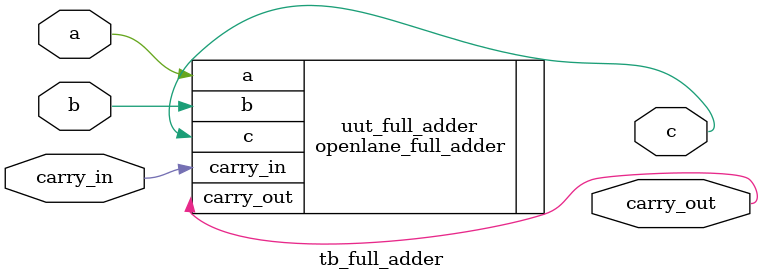
<source format=v>
module tb_full_adder (
    input wire a,
    input wire b,
    input wire carry_in,
    output wire c,
    output wire carry_out
);

    `ifdef COCOTB_SIM
        initial begin
            $dumpfile ("waves_tb_full_adder.vcd");
            $dumpvars (0, uut_full_adder);
        end
    `endif

    openlane_full_adder uut_full_adder (
        .a(a), .b(b), .carry_in(carry_in), .c(c), .carry_out(carry_out)
    );

endmodule
</source>
